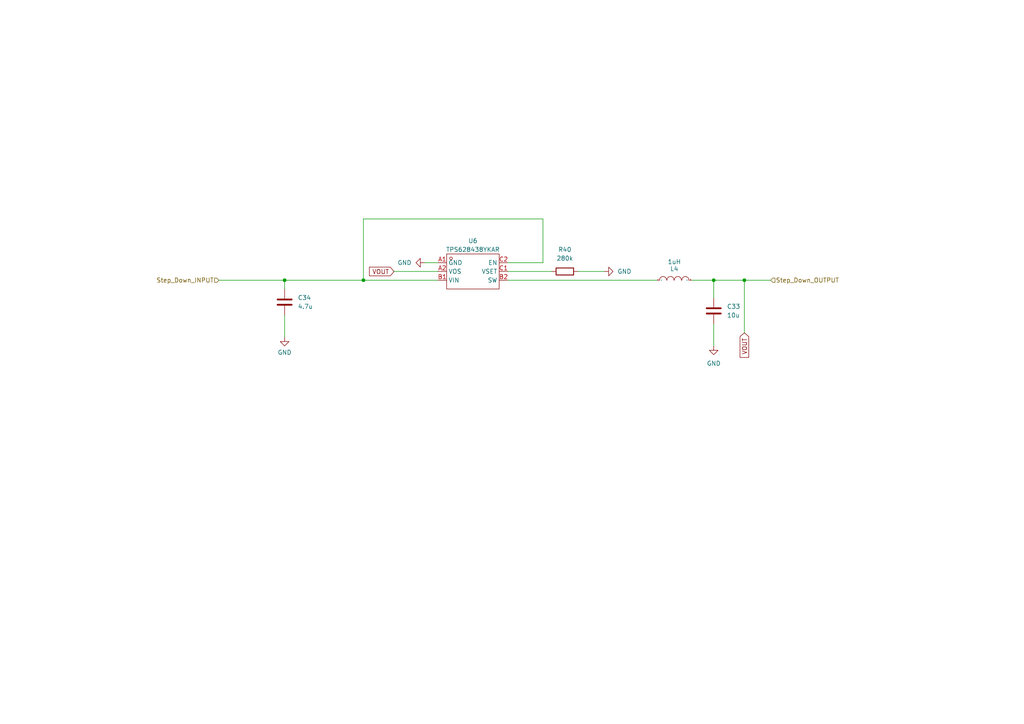
<source format=kicad_sch>
(kicad_sch
	(version 20250114)
	(generator "eeschema")
	(generator_version "9.0")
	(uuid "10dc9c0d-1fbc-4b1b-b960-05525d19910c")
	(paper "A4")
	(lib_symbols
		(symbol "Device:C"
			(pin_numbers
				(hide yes)
			)
			(pin_names
				(offset 0.254)
			)
			(exclude_from_sim no)
			(in_bom yes)
			(on_board yes)
			(property "Reference" "C"
				(at 0.635 2.54 0)
				(effects
					(font
						(size 1.27 1.27)
					)
					(justify left)
				)
			)
			(property "Value" "C"
				(at 0.635 -2.54 0)
				(effects
					(font
						(size 1.27 1.27)
					)
					(justify left)
				)
			)
			(property "Footprint" ""
				(at 0.9652 -3.81 0)
				(effects
					(font
						(size 1.27 1.27)
					)
					(hide yes)
				)
			)
			(property "Datasheet" "~"
				(at 0 0 0)
				(effects
					(font
						(size 1.27 1.27)
					)
					(hide yes)
				)
			)
			(property "Description" "Unpolarized capacitor"
				(at 0 0 0)
				(effects
					(font
						(size 1.27 1.27)
					)
					(hide yes)
				)
			)
			(property "ki_keywords" "cap capacitor"
				(at 0 0 0)
				(effects
					(font
						(size 1.27 1.27)
					)
					(hide yes)
				)
			)
			(property "ki_fp_filters" "C_*"
				(at 0 0 0)
				(effects
					(font
						(size 1.27 1.27)
					)
					(hide yes)
				)
			)
			(symbol "C_0_1"
				(polyline
					(pts
						(xy -2.032 0.762) (xy 2.032 0.762)
					)
					(stroke
						(width 0.508)
						(type default)
					)
					(fill
						(type none)
					)
				)
				(polyline
					(pts
						(xy -2.032 -0.762) (xy 2.032 -0.762)
					)
					(stroke
						(width 0.508)
						(type default)
					)
					(fill
						(type none)
					)
				)
			)
			(symbol "C_1_1"
				(pin passive line
					(at 0 3.81 270)
					(length 2.794)
					(name "~"
						(effects
							(font
								(size 1.27 1.27)
							)
						)
					)
					(number "1"
						(effects
							(font
								(size 1.27 1.27)
							)
						)
					)
				)
				(pin passive line
					(at 0 -3.81 90)
					(length 2.794)
					(name "~"
						(effects
							(font
								(size 1.27 1.27)
							)
						)
					)
					(number "2"
						(effects
							(font
								(size 1.27 1.27)
							)
						)
					)
				)
			)
			(embedded_fonts no)
		)
		(symbol "Device:R"
			(pin_numbers
				(hide yes)
			)
			(pin_names
				(offset 0)
			)
			(exclude_from_sim no)
			(in_bom yes)
			(on_board yes)
			(property "Reference" "R"
				(at 2.032 0 90)
				(effects
					(font
						(size 1.27 1.27)
					)
				)
			)
			(property "Value" "R"
				(at 0 0 90)
				(effects
					(font
						(size 1.27 1.27)
					)
				)
			)
			(property "Footprint" ""
				(at -1.778 0 90)
				(effects
					(font
						(size 1.27 1.27)
					)
					(hide yes)
				)
			)
			(property "Datasheet" "~"
				(at 0 0 0)
				(effects
					(font
						(size 1.27 1.27)
					)
					(hide yes)
				)
			)
			(property "Description" "Resistor"
				(at 0 0 0)
				(effects
					(font
						(size 1.27 1.27)
					)
					(hide yes)
				)
			)
			(property "ki_keywords" "R res resistor"
				(at 0 0 0)
				(effects
					(font
						(size 1.27 1.27)
					)
					(hide yes)
				)
			)
			(property "ki_fp_filters" "R_*"
				(at 0 0 0)
				(effects
					(font
						(size 1.27 1.27)
					)
					(hide yes)
				)
			)
			(symbol "R_0_1"
				(rectangle
					(start -1.016 -2.54)
					(end 1.016 2.54)
					(stroke
						(width 0.254)
						(type default)
					)
					(fill
						(type none)
					)
				)
			)
			(symbol "R_1_1"
				(pin passive line
					(at 0 3.81 270)
					(length 1.27)
					(name "~"
						(effects
							(font
								(size 1.27 1.27)
							)
						)
					)
					(number "1"
						(effects
							(font
								(size 1.27 1.27)
							)
						)
					)
				)
				(pin passive line
					(at 0 -3.81 90)
					(length 1.27)
					(name "~"
						(effects
							(font
								(size 1.27 1.27)
							)
						)
					)
					(number "2"
						(effects
							(font
								(size 1.27 1.27)
							)
						)
					)
				)
			)
			(embedded_fonts no)
		)
		(symbol "My_Personal_Symbols_Library:SLF12575T-470M2R7-PF"
			(exclude_from_sim no)
			(in_bom yes)
			(on_board yes)
			(property "Reference" "L"
				(at 0 2.54 0)
				(effects
					(font
						(size 1.27 1.27)
					)
				)
			)
			(property "Value" "47uH"
				(at 0.254 5.588 0)
				(effects
					(font
						(size 1.27 1.27)
					)
					(hide yes)
				)
			)
			(property "Footprint" "ProLib_pcs_SLF12575T-470M2R7-PF_2025-04-30:IND-SMD_L12.5-W12.5_SLF12565T"
				(at 0.762 14.986 0)
				(effects
					(font
						(size 1.27 1.27)
					)
					(hide yes)
				)
			)
			(property "Datasheet" "https://atta.szlcsc.com/upload/public/pdf/source/20180327/C89262_67442C42F74B8E04375AB69B6F8513DA.pdf"
				(at 0.508 17.78 0)
				(effects
					(font
						(size 1.27 1.27)
					)
					(hide yes)
				)
			)
			(property "Description" "Inductance: Tolerance:±20% Tolerance:±20% Rated Current: Saturation Current (Isat):2.7A DC Resistance (DCR): Type:- Ratings:-"
				(at 0.254 11.43 0)
				(effects
					(font
						(size 1.27 1.27)
					)
					(hide yes)
				)
			)
			(property "Manufacturer Part" "SLF12575T-470M2R7-PF"
				(at 0.762 -4.318 0)
				(effects
					(font
						(size 1.27 1.27)
					)
					(hide yes)
				)
			)
			(property "Manufacturer" "TDK"
				(at 0.254 -11.43 0)
				(effects
					(font
						(size 1.27 1.27)
					)
					(hide yes)
				)
			)
			(property "Supplier Part" "C81468"
				(at 0 -7.366 0)
				(effects
					(font
						(size 1.27 1.27)
					)
					(hide yes)
				)
			)
			(property "Supplier" "LCSC"
				(at 0 -14.478 0)
				(effects
					(font
						(size 1.27 1.27)
					)
					(hide yes)
				)
			)
			(property "LCSC Part Name" "47uH ±20% 2.7A"
				(at 0.762 8.382 0)
				(effects
					(font
						(size 1.27 1.27)
					)
					(hide yes)
				)
			)
			(symbol "SLF12575T-470M2R7-PF_1_0"
				(polyline
					(pts
						(xy -4.2672 0) (xy -4.2164 0.4318) (xy -4.2164 0.4318) (xy -4.0132 0.7874) (xy -4.0132 0.7874)
						(xy -3.6576 1.016) (xy -3.6576 1.016) (xy -3.2512 1.0922) (xy -3.2512 1.0922) (xy -2.8702 1.016)
						(xy -2.8702 1.016) (xy -2.5146 0.7874) (xy -2.5146 0.7874) (xy -2.3114 0.4064) (xy -2.3114 0.4064)
						(xy -2.2606 0)
					)
					(stroke
						(width 0)
						(type default)
					)
					(fill
						(type none)
					)
				)
				(polyline
					(pts
						(xy -2.1082 0) (xy -2.0828 0.4318) (xy -2.0828 0.4318) (xy -1.8542 0.7874) (xy -1.8542 0.7874)
						(xy -1.524 1.016) (xy -1.524 1.016) (xy -1.1176 1.0922) (xy -1.1176 1.0922) (xy -0.7112 1.016)
						(xy -0.7112 1.016) (xy -0.3556 0.7874) (xy -0.3556 0.7874) (xy -0.1524 0.4318) (xy -0.1524 0.4318)
						(xy -0.1016 0)
					)
					(stroke
						(width 0)
						(type default)
					)
					(fill
						(type none)
					)
				)
				(polyline
					(pts
						(xy 0 0) (xy 0.0508 0.4318) (xy 0.0508 0.4318) (xy 0.2794 0.7874) (xy 0.2794 0.7874) (xy 0.6096 1.016)
						(xy 0.6096 1.016) (xy 1.016 1.0922) (xy 1.016 1.0922) (xy 1.4224 1.016) (xy 1.4224 1.016) (xy 1.7526 0.7874)
						(xy 1.7526 0.7874) (xy 1.9812 0.4318) (xy 1.9812 0.4318) (xy 2.032 0)
					)
					(stroke
						(width 0)
						(type default)
					)
					(fill
						(type none)
					)
				)
				(polyline
					(pts
						(xy 2.2098 0) (xy 2.2606 0.4064) (xy 2.2606 0.4064) (xy 2.4638 0.762) (xy 2.4638 0.762) (xy 2.8194 0.9906)
						(xy 2.8194 0.9906) (xy 3.2004 1.0922) (xy 3.2004 1.0922) (xy 3.6068 0.9906) (xy 3.6068 0.9906)
						(xy 3.9624 0.762) (xy 3.9624 0.762) (xy 4.1656 0.4064) (xy 4.1656 0.4064) (xy 4.2164 0)
					)
					(stroke
						(width 0)
						(type default)
					)
					(fill
						(type none)
					)
				)
				(pin unspecified line
					(at -5.08 0 0)
					(length 0.762)
					(name "1"
						(effects
							(font
								(size 0.0254 0.0254)
							)
						)
					)
					(number "1"
						(effects
							(font
								(size 0.0254 0.0254)
							)
						)
					)
				)
				(pin unspecified line
					(at 5.08 0 180)
					(length 0.762)
					(name "2"
						(effects
							(font
								(size 0.0254 0.0254)
							)
						)
					)
					(number "2"
						(effects
							(font
								(size 0.0254 0.0254)
							)
						)
					)
				)
			)
			(embedded_fonts no)
		)
		(symbol "My_Personal_Symbols_Library:TPS628438YKAR"
			(exclude_from_sim no)
			(in_bom yes)
			(on_board yes)
			(property "Reference" "U"
				(at 0 6.858 0)
				(effects
					(font
						(size 1.27 1.27)
					)
				)
			)
			(property "Value" ""
				(at 0 0 0)
				(effects
					(font
						(size 1.27 1.27)
					)
				)
			)
			(property "Footprint" "ProLib_pcs_TPS628438_2025-05-14:DSBGA-6_L1.0-W0.7-R2-C3-P0.35-BL"
				(at 0 11.684 0)
				(effects
					(font
						(size 1.27 1.27)
					)
					(hide yes)
				)
			)
			(property "Datasheet" "https://atta.szlcsc.com/upload/public/pdf/source/20240924/375A9CDDBEBAA4C1AFCB8BAA0122F4B8.pdf"
				(at 0 19.558 0)
				(effects
					(font
						(size 1.27 1.27)
					)
					(hide yes)
				)
			)
			(property "Description" "Function:Step-down type Output Type:Adjustable Voltage - Supply:1.8V~5.5V Voltage - Supply:1.8V~5.5V Output Voltage:1.8V~3.6V Output Voltage:1.8V~3.6V Output Current:600mA Frequency - Switching:1.5MHz Frequency - Switching:1.5MHz Operating Temperature:-40"
				(at 1.016 15.494 0)
				(effects
					(font
						(size 1.27 1.27)
					)
					(hide yes)
				)
			)
			(property "Manufacturer Part" "TPS628438YKAR"
				(at 0.254 -4.572 0)
				(effects
					(font
						(size 1.27 1.27)
					)
					(hide yes)
				)
			)
			(property "Manufacturer" "TI(德州仪器)"
				(at 0.762 -15.24 0)
				(effects
					(font
						(size 1.27 1.27)
					)
					(hide yes)
				)
			)
			(property "Supplier Part" "C18197908"
				(at 0.508 4.318 0)
				(effects
					(font
						(size 1.27 1.27)
					)
					(hide yes)
				)
			)
			(property "Supplier" "LCSC"
				(at 0 -9.906 0)
				(effects
					(font
						(size 1.27 1.27)
					)
					(hide yes)
				)
			)
			(property "LCSC Part Name" "1.8V至5.5V，600mA，275nA IQ，小型降压转换器"
				(at -0.254 -19.05 0)
				(effects
					(font
						(size 1.27 1.27)
					)
					(hide yes)
				)
			)
			(symbol "TPS628438YKAR_1_0"
				(rectangle
					(start -7.62 -5.08)
					(end 7.62 5.08)
					(stroke
						(width 0)
						(type default)
					)
					(fill
						(type none)
					)
				)
				(circle
					(center -6.35 3.81)
					(radius 0.381)
					(stroke
						(width 0)
						(type default)
					)
					(fill
						(type none)
					)
				)
				(pin unspecified line
					(at -10.16 2.54 0)
					(length 2.54)
					(name "GND"
						(effects
							(font
								(size 1.27 1.27)
							)
						)
					)
					(number "A1"
						(effects
							(font
								(size 1.27 1.27)
							)
						)
					)
				)
				(pin unspecified line
					(at -10.16 0 0)
					(length 2.54)
					(name "VOS"
						(effects
							(font
								(size 1.27 1.27)
							)
						)
					)
					(number "A2"
						(effects
							(font
								(size 1.27 1.27)
							)
						)
					)
				)
				(pin unspecified line
					(at -10.16 -2.54 0)
					(length 2.54)
					(name "VIN"
						(effects
							(font
								(size 1.27 1.27)
							)
						)
					)
					(number "B1"
						(effects
							(font
								(size 1.27 1.27)
							)
						)
					)
				)
				(pin unspecified line
					(at 10.16 2.54 180)
					(length 2.54)
					(name "EN"
						(effects
							(font
								(size 1.27 1.27)
							)
						)
					)
					(number "C2"
						(effects
							(font
								(size 1.27 1.27)
							)
						)
					)
				)
				(pin unspecified line
					(at 10.16 0 180)
					(length 2.54)
					(name "VSET"
						(effects
							(font
								(size 1.27 1.27)
							)
						)
					)
					(number "C1"
						(effects
							(font
								(size 1.27 1.27)
							)
						)
					)
				)
				(pin unspecified line
					(at 10.16 -2.54 180)
					(length 2.54)
					(name "SW"
						(effects
							(font
								(size 1.27 1.27)
							)
						)
					)
					(number "B2"
						(effects
							(font
								(size 1.27 1.27)
							)
						)
					)
				)
			)
			(embedded_fonts no)
		)
		(symbol "power:GND"
			(power)
			(pin_names
				(offset 0)
			)
			(exclude_from_sim no)
			(in_bom yes)
			(on_board yes)
			(property "Reference" "#PWR"
				(at 0 -6.35 0)
				(effects
					(font
						(size 1.27 1.27)
					)
					(hide yes)
				)
			)
			(property "Value" "GND"
				(at 0 -3.81 0)
				(effects
					(font
						(size 1.27 1.27)
					)
				)
			)
			(property "Footprint" ""
				(at 0 0 0)
				(effects
					(font
						(size 1.27 1.27)
					)
					(hide yes)
				)
			)
			(property "Datasheet" ""
				(at 0 0 0)
				(effects
					(font
						(size 1.27 1.27)
					)
					(hide yes)
				)
			)
			(property "Description" "Power symbol creates a global label with name \"GND\" , ground"
				(at 0 0 0)
				(effects
					(font
						(size 1.27 1.27)
					)
					(hide yes)
				)
			)
			(property "ki_keywords" "global power"
				(at 0 0 0)
				(effects
					(font
						(size 1.27 1.27)
					)
					(hide yes)
				)
			)
			(symbol "GND_0_1"
				(polyline
					(pts
						(xy 0 0) (xy 0 -1.27) (xy 1.27 -1.27) (xy 0 -2.54) (xy -1.27 -1.27) (xy 0 -1.27)
					)
					(stroke
						(width 0)
						(type default)
					)
					(fill
						(type none)
					)
				)
			)
			(symbol "GND_1_1"
				(pin power_in line
					(at 0 0 270)
					(length 0)
					(hide yes)
					(name "GND"
						(effects
							(font
								(size 1.27 1.27)
							)
						)
					)
					(number "1"
						(effects
							(font
								(size 1.27 1.27)
							)
						)
					)
				)
			)
			(embedded_fonts no)
		)
	)
	(junction
		(at 82.55 81.28)
		(diameter 0)
		(color 0 0 0 0)
		(uuid "104be6ce-d957-4675-93c4-acb31c1efec4")
	)
	(junction
		(at 105.41 81.28)
		(diameter 0)
		(color 0 0 0 0)
		(uuid "65a61a51-e94e-4e51-b467-9061b11a762d")
	)
	(junction
		(at 215.9 81.28)
		(diameter 0)
		(color 0 0 0 0)
		(uuid "b24092bf-7c5b-43e5-bdeb-530bca55c13e")
	)
	(junction
		(at 207.01 81.28)
		(diameter 0)
		(color 0 0 0 0)
		(uuid "e8aeb54b-b3d7-4a9d-8462-4a29196ec351")
	)
	(wire
		(pts
			(xy 147.32 76.2) (xy 157.48 76.2)
		)
		(stroke
			(width 0)
			(type default)
		)
		(uuid "00a00d6d-f30e-4c89-b7d3-e6ea6c0b978e")
	)
	(wire
		(pts
			(xy 63.5 81.28) (xy 82.55 81.28)
		)
		(stroke
			(width 0)
			(type default)
		)
		(uuid "04e85d0c-abe5-45ad-8a6f-9536a1c44a00")
	)
	(wire
		(pts
			(xy 123.19 76.2) (xy 127 76.2)
		)
		(stroke
			(width 0)
			(type default)
		)
		(uuid "1f53c3bc-11ac-4c46-a7bc-2efe082e6c6a")
	)
	(wire
		(pts
			(xy 82.55 81.28) (xy 82.55 83.82)
		)
		(stroke
			(width 0)
			(type default)
		)
		(uuid "26271453-6e35-4925-acd5-a48d6119b54e")
	)
	(wire
		(pts
			(xy 157.48 63.5) (xy 105.41 63.5)
		)
		(stroke
			(width 0)
			(type default)
		)
		(uuid "271aaa0d-37c0-4809-958b-09db0ec589c7")
	)
	(wire
		(pts
			(xy 215.9 81.28) (xy 215.9 96.52)
		)
		(stroke
			(width 0)
			(type default)
		)
		(uuid "401625e3-3d97-48bd-a7d0-1a48c39f10e2")
	)
	(wire
		(pts
			(xy 200.66 81.28) (xy 207.01 81.28)
		)
		(stroke
			(width 0)
			(type default)
		)
		(uuid "4e776c66-9973-4519-b2b1-5dd1883cc1b4")
	)
	(wire
		(pts
			(xy 127 81.28) (xy 105.41 81.28)
		)
		(stroke
			(width 0)
			(type default)
		)
		(uuid "692b5f44-6843-4f47-8ccd-dbcba280dbc7")
	)
	(wire
		(pts
			(xy 207.01 93.98) (xy 207.01 100.33)
		)
		(stroke
			(width 0)
			(type default)
		)
		(uuid "792c931b-74eb-4c83-a9a0-d0b72e61304b")
	)
	(wire
		(pts
			(xy 147.32 78.74) (xy 160.02 78.74)
		)
		(stroke
			(width 0)
			(type default)
		)
		(uuid "79642d69-51aa-4755-8023-758b1b262212")
	)
	(wire
		(pts
			(xy 114.3 78.74) (xy 127 78.74)
		)
		(stroke
			(width 0)
			(type default)
		)
		(uuid "8902615c-4c83-4f20-959b-20df2b740d60")
	)
	(wire
		(pts
			(xy 147.32 81.28) (xy 190.5 81.28)
		)
		(stroke
			(width 0)
			(type default)
		)
		(uuid "92058828-3543-47e3-9281-4d1eb50ff168")
	)
	(wire
		(pts
			(xy 207.01 81.28) (xy 207.01 86.36)
		)
		(stroke
			(width 0)
			(type default)
		)
		(uuid "9c853eae-dc8a-4826-825b-53f957d06d8d")
	)
	(wire
		(pts
			(xy 207.01 81.28) (xy 215.9 81.28)
		)
		(stroke
			(width 0)
			(type default)
		)
		(uuid "a145b3d6-11d7-47a1-833b-35f98c31b698")
	)
	(wire
		(pts
			(xy 105.41 81.28) (xy 82.55 81.28)
		)
		(stroke
			(width 0)
			(type default)
		)
		(uuid "b55860c7-8145-497b-acbc-dd4267ff1647")
	)
	(wire
		(pts
			(xy 105.41 63.5) (xy 105.41 81.28)
		)
		(stroke
			(width 0)
			(type default)
		)
		(uuid "bd72b332-f1d2-48c2-8e31-e6edfd52eda8")
	)
	(wire
		(pts
			(xy 167.64 78.74) (xy 175.26 78.74)
		)
		(stroke
			(width 0)
			(type default)
		)
		(uuid "c1eb99eb-09ab-45e2-b289-a36bd782d891")
	)
	(wire
		(pts
			(xy 82.55 91.44) (xy 82.55 97.79)
		)
		(stroke
			(width 0)
			(type default)
		)
		(uuid "ce2f0182-0932-40cd-9a54-a1a7f63661d1")
	)
	(wire
		(pts
			(xy 157.48 76.2) (xy 157.48 63.5)
		)
		(stroke
			(width 0)
			(type default)
		)
		(uuid "dac9794c-b7d7-48d1-a2fd-1f704c652859")
	)
	(wire
		(pts
			(xy 215.9 81.28) (xy 223.52 81.28)
		)
		(stroke
			(width 0)
			(type default)
		)
		(uuid "dbf68fe2-31b1-47b6-abc0-71b4d33df9e7")
	)
	(global_label "VOUT"
		(shape input)
		(at 215.9 96.52 270)
		(fields_autoplaced yes)
		(effects
			(font
				(size 1.27 1.27)
			)
			(justify right)
		)
		(uuid "9b534955-58e1-41b5-8810-0fb8a4623ce0")
		(property "Intersheetrefs" "${INTERSHEET_REFS}"
			(at 215.9 104.2224 90)
			(effects
				(font
					(size 1.27 1.27)
				)
				(justify right)
				(hide yes)
			)
		)
	)
	(global_label "VOUT"
		(shape input)
		(at 114.3 78.74 180)
		(fields_autoplaced yes)
		(effects
			(font
				(size 1.27 1.27)
			)
			(justify right)
		)
		(uuid "9d124e44-6cfd-4d6a-9ede-11727d396b9e")
		(property "Intersheetrefs" "${INTERSHEET_REFS}"
			(at 106.5976 78.74 0)
			(effects
				(font
					(size 1.27 1.27)
				)
				(justify right)
				(hide yes)
			)
		)
	)
	(hierarchical_label "Step_Down_OUTPUT"
		(shape input)
		(at 223.52 81.28 0)
		(effects
			(font
				(size 1.27 1.27)
			)
			(justify left)
		)
		(uuid "01c09c50-6e23-430b-be91-373a8944b88b")
	)
	(hierarchical_label "Step_Down_INPUT"
		(shape input)
		(at 63.5 81.28 180)
		(effects
			(font
				(size 1.27 1.27)
			)
			(justify right)
		)
		(uuid "70a964d9-67ef-485c-8363-f2d5b7a41ced")
	)
	(symbol
		(lib_id "Device:C")
		(at 207.01 90.17 0)
		(unit 1)
		(exclude_from_sim no)
		(in_bom yes)
		(on_board yes)
		(dnp no)
		(fields_autoplaced yes)
		(uuid "0ce9f178-7d7c-4520-a82b-db7c87d4eb5b")
		(property "Reference" "C33"
			(at 210.82 88.8999 0)
			(effects
				(font
					(size 1.27 1.27)
				)
				(justify left)
			)
		)
		(property "Value" "10u"
			(at 210.82 91.4399 0)
			(effects
				(font
					(size 1.27 1.27)
				)
				(justify left)
			)
		)
		(property "Footprint" "Capacitor_SMD:C_0805_2012Metric_Pad1.18x1.45mm_HandSolder"
			(at 207.9752 93.98 0)
			(effects
				(font
					(size 1.27 1.27)
				)
				(hide yes)
			)
		)
		(property "Datasheet" "~"
			(at 207.01 90.17 0)
			(effects
				(font
					(size 1.27 1.27)
				)
				(hide yes)
			)
		)
		(property "Description" ""
			(at 207.01 90.17 0)
			(effects
				(font
					(size 1.27 1.27)
				)
			)
		)
		(property "REF" "C49678"
			(at 207.01 90.17 0)
			(effects
				(font
					(size 1.27 1.27)
				)
				(hide yes)
			)
		)
		(pin "1"
			(uuid "ea96758e-fbad-429e-8d11-ceaab5bea382")
		)
		(pin "2"
			(uuid "98113888-777c-4a2d-bf91-29d82048b5bb")
		)
		(instances
			(project "MY-ESP32"
				(path "/d6d8d651-8dd4-45a4-bd17-f84a87bbb30c/ce39d340-75e7-498c-b895-8524491049de"
					(reference "C33")
					(unit 1)
				)
			)
		)
	)
	(symbol
		(lib_id "Device:C")
		(at 82.55 87.63 0)
		(unit 1)
		(exclude_from_sim no)
		(in_bom yes)
		(on_board yes)
		(dnp no)
		(fields_autoplaced yes)
		(uuid "2fa86bfe-a03a-4034-bd97-a309a90df32a")
		(property "Reference" "C34"
			(at 86.36 86.3599 0)
			(effects
				(font
					(size 1.27 1.27)
				)
				(justify left)
			)
		)
		(property "Value" "4.7u"
			(at 86.36 88.8999 0)
			(effects
				(font
					(size 1.27 1.27)
				)
				(justify left)
			)
		)
		(property "Footprint" "Capacitor_SMD:C_0805_2012Metric_Pad1.18x1.45mm_HandSolder"
			(at 83.5152 91.44 0)
			(effects
				(font
					(size 1.27 1.27)
				)
				(hide yes)
			)
		)
		(property "Datasheet" "~"
			(at 82.55 87.63 0)
			(effects
				(font
					(size 1.27 1.27)
				)
				(hide yes)
			)
		)
		(property "Description" ""
			(at 82.55 87.63 0)
			(effects
				(font
					(size 1.27 1.27)
				)
			)
		)
		(property "REF" "C49678"
			(at 82.55 87.63 0)
			(effects
				(font
					(size 1.27 1.27)
				)
				(hide yes)
			)
		)
		(pin "1"
			(uuid "25cd6550-3099-4dcb-82ca-1fed9e22fff0")
		)
		(pin "2"
			(uuid "bfaaf23f-1121-4ff7-8c14-91d4a06430fd")
		)
		(instances
			(project "MY-ESP32"
				(path "/d6d8d651-8dd4-45a4-bd17-f84a87bbb30c/ce39d340-75e7-498c-b895-8524491049de"
					(reference "C34")
					(unit 1)
				)
			)
		)
	)
	(symbol
		(lib_id "Device:R")
		(at 163.83 78.74 270)
		(unit 1)
		(exclude_from_sim no)
		(in_bom yes)
		(on_board yes)
		(dnp no)
		(fields_autoplaced yes)
		(uuid "451351ff-56b8-4e90-b429-fd4ca22040f5")
		(property "Reference" "R40"
			(at 163.83 72.39 90)
			(effects
				(font
					(size 1.27 1.27)
				)
			)
		)
		(property "Value" "280k"
			(at 163.83 74.93 90)
			(effects
				(font
					(size 1.27 1.27)
				)
			)
		)
		(property "Footprint" "Resistor_SMD:R_0805_2012Metric_Pad1.20x1.40mm_HandSolder"
			(at 163.83 76.962 90)
			(effects
				(font
					(size 1.27 1.27)
				)
				(hide yes)
			)
		)
		(property "Datasheet" "~"
			(at 163.83 78.74 0)
			(effects
				(font
					(size 1.27 1.27)
				)
				(hide yes)
			)
		)
		(property "Description" ""
			(at 163.83 78.74 0)
			(effects
				(font
					(size 1.27 1.27)
				)
				(hide yes)
			)
		)
		(property "REF" "C864029"
			(at 163.83 78.74 0)
			(effects
				(font
					(size 1.27 1.27)
				)
				(hide yes)
			)
		)
		(pin "1"
			(uuid "466c8ce5-dda9-4551-bc0b-9ee58705884a")
		)
		(pin "2"
			(uuid "62f95ad0-c562-4ee6-8e5c-a3c7e41424cf")
		)
		(instances
			(project "MY-ESP32"
				(path "/d6d8d651-8dd4-45a4-bd17-f84a87bbb30c/ce39d340-75e7-498c-b895-8524491049de"
					(reference "R40")
					(unit 1)
				)
			)
		)
	)
	(symbol
		(lib_id "My_Personal_Symbols_Library:TPS628438YKAR")
		(at 137.16 78.74 0)
		(unit 1)
		(exclude_from_sim no)
		(in_bom yes)
		(on_board yes)
		(dnp no)
		(fields_autoplaced yes)
		(uuid "577b3df1-be20-4db6-a937-bb0c5f4d24cf")
		(property "Reference" "U6"
			(at 137.16 69.85 0)
			(effects
				(font
					(size 1.27 1.27)
				)
			)
		)
		(property "Value" "TPS628438YKAR"
			(at 137.16 72.39 0)
			(effects
				(font
					(size 1.27 1.27)
				)
			)
		)
		(property "Footprint" "ProLib_pcs_TPS628438_2025-05-14:DSBGA-6_L1.0-W0.7-R2-C3-P0.35-BL"
			(at 137.16 67.056 0)
			(effects
				(font
					(size 1.27 1.27)
				)
				(hide yes)
			)
		)
		(property "Datasheet" "https://atta.szlcsc.com/upload/public/pdf/source/20240924/375A9CDDBEBAA4C1AFCB8BAA0122F4B8.pdf"
			(at 137.16 59.182 0)
			(effects
				(font
					(size 1.27 1.27)
				)
				(hide yes)
			)
		)
		(property "Description" "Function:Step-down type Output Type:Adjustable Voltage - Supply:1.8V~5.5V Voltage - Supply:1.8V~5.5V Output Voltage:1.8V~3.6V Output Voltage:1.8V~3.6V Output Current:600mA Frequency - Switching:1.5MHz Frequency - Switching:1.5MHz Operating Temperature:-40"
			(at 138.176 63.246 0)
			(effects
				(font
					(size 1.27 1.27)
				)
				(hide yes)
			)
		)
		(property "Manufacturer Part" "TPS628438YKAR"
			(at 137.414 83.312 0)
			(effects
				(font
					(size 1.27 1.27)
				)
				(hide yes)
			)
		)
		(property "Manufacturer" "TI(德州仪器)"
			(at 137.922 93.98 0)
			(effects
				(font
					(size 1.27 1.27)
				)
				(hide yes)
			)
		)
		(property "Supplier Part" "C18197908"
			(at 137.668 74.422 0)
			(effects
				(font
					(size 1.27 1.27)
				)
				(hide yes)
			)
		)
		(property "Supplier" "LCSC"
			(at 137.16 88.646 0)
			(effects
				(font
					(size 1.27 1.27)
				)
				(hide yes)
			)
		)
		(property "LCSC Part Name" "1.8V至5.5V，600mA，275nA IQ，小型降压转换器"
			(at 136.906 97.79 0)
			(effects
				(font
					(size 1.27 1.27)
				)
				(hide yes)
			)
		)
		(pin "C1"
			(uuid "fdd6aa1e-08fc-4aaa-85ec-3bf582559178")
		)
		(pin "A1"
			(uuid "621d287b-2a72-4405-a46f-8ae2eee2453b")
		)
		(pin "A2"
			(uuid "2a093cf3-9745-4a95-ace8-af8bca73c97f")
		)
		(pin "C2"
			(uuid "bf1fc429-d95c-4953-81f9-38284c853607")
		)
		(pin "B1"
			(uuid "883ec3af-6af8-41f2-b186-b228d0adacea")
		)
		(pin "B2"
			(uuid "e63d4050-faa9-4ff0-a1bc-30332064e483")
		)
		(instances
			(project ""
				(path "/d6d8d651-8dd4-45a4-bd17-f84a87bbb30c/ce39d340-75e7-498c-b895-8524491049de"
					(reference "U6")
					(unit 1)
				)
			)
		)
	)
	(symbol
		(lib_id "My_Personal_Symbols_Library:SLF12575T-470M2R7-PF")
		(at 195.58 81.28 0)
		(unit 1)
		(exclude_from_sim no)
		(in_bom yes)
		(on_board yes)
		(dnp no)
		(uuid "6edd95ab-8b8b-4425-bbd9-92e91ece7a97")
		(property "Reference" "L4"
			(at 195.58 77.978 0)
			(effects
				(font
					(size 1.27 1.27)
				)
			)
		)
		(property "Value" "1uH"
			(at 195.58 75.946 0)
			(effects
				(font
					(size 1.27 1.27)
				)
			)
		)
		(property "Footprint" "ProLib_pcs_SLF12575T-470M2R7-PF_2025-04-30:IND-SMD_L12.5-W12.5_SLF12565T"
			(at 196.342 66.294 0)
			(show_name yes)
			(effects
				(font
					(size 1.27 1.27)
				)
				(hide yes)
			)
		)
		(property "Datasheet" "https://atta.szlcsc.com/upload/public/pdf/source/20180327/C89262_67442C42F74B8E04375AB69B6F8513DA.pdf"
			(at 196.088 63.5 0)
			(effects
				(font
					(size 1.27 1.27)
				)
				(hide yes)
			)
		)
		(property "Description" "Inductance: Tolerance:±20% Tolerance:±20% Rated Current: Saturation Current (Isat):2.7A DC Resistance (DCR): Type:- Ratings:-"
			(at 195.834 69.85 0)
			(effects
				(font
					(size 1.27 1.27)
				)
				(hide yes)
			)
		)
		(property "Manufacturer Part" "SLF12575T-470M2R7-PF"
			(at 196.342 85.598 0)
			(effects
				(font
					(size 1.27 1.27)
				)
				(hide yes)
			)
		)
		(property "Manufacturer" "TDK"
			(at 195.834 92.71 0)
			(effects
				(font
					(size 1.27 1.27)
				)
				(hide yes)
			)
		)
		(property "Supplier Part" "C81468"
			(at 195.58 88.646 0)
			(effects
				(font
					(size 1.27 1.27)
				)
				(hide yes)
			)
		)
		(property "Supplier" "LCSC"
			(at 195.58 95.758 0)
			(effects
				(font
					(size 1.27 1.27)
				)
				(hide yes)
			)
		)
		(property "LCSC Part Name" "47uH ±20% 2.7A"
			(at 196.342 72.898 0)
			(effects
				(font
					(size 1.27 1.27)
				)
				(hide yes)
			)
		)
		(pin "1"
			(uuid "03b84cc1-742d-4223-b17a-b2dfcf98f6d5")
		)
		(pin "2"
			(uuid "149219f8-6e8a-4247-84ca-6d5b2609c373")
		)
		(instances
			(project "MY-ESP32"
				(path "/d6d8d651-8dd4-45a4-bd17-f84a87bbb30c/ce39d340-75e7-498c-b895-8524491049de"
					(reference "L4")
					(unit 1)
				)
			)
		)
	)
	(symbol
		(lib_id "power:GND")
		(at 123.19 76.2 270)
		(unit 1)
		(exclude_from_sim no)
		(in_bom yes)
		(on_board yes)
		(dnp no)
		(fields_autoplaced yes)
		(uuid "7f148a35-c13d-47e9-a13b-89a277527586")
		(property "Reference" "#PWR081"
			(at 116.84 76.2 0)
			(effects
				(font
					(size 1.27 1.27)
				)
				(hide yes)
			)
		)
		(property "Value" "GND"
			(at 119.38 76.1999 90)
			(effects
				(font
					(size 1.27 1.27)
				)
				(justify right)
			)
		)
		(property "Footprint" ""
			(at 123.19 76.2 0)
			(effects
				(font
					(size 1.27 1.27)
				)
				(hide yes)
			)
		)
		(property "Datasheet" ""
			(at 123.19 76.2 0)
			(effects
				(font
					(size 1.27 1.27)
				)
				(hide yes)
			)
		)
		(property "Description" ""
			(at 123.19 76.2 0)
			(effects
				(font
					(size 1.27 1.27)
				)
				(hide yes)
			)
		)
		(pin "1"
			(uuid "e43837f2-5551-4df8-9e8c-35478579a9ba")
		)
		(instances
			(project "MY-ESP32"
				(path "/d6d8d651-8dd4-45a4-bd17-f84a87bbb30c/ce39d340-75e7-498c-b895-8524491049de"
					(reference "#PWR081")
					(unit 1)
				)
			)
		)
	)
	(symbol
		(lib_id "power:GND")
		(at 175.26 78.74 90)
		(unit 1)
		(exclude_from_sim no)
		(in_bom yes)
		(on_board yes)
		(dnp no)
		(fields_autoplaced yes)
		(uuid "90b2d9fc-bc0a-455e-b977-b95aeba5bd36")
		(property "Reference" "#PWR080"
			(at 181.61 78.74 0)
			(effects
				(font
					(size 1.27 1.27)
				)
				(hide yes)
			)
		)
		(property "Value" "GND"
			(at 179.07 78.7399 90)
			(effects
				(font
					(size 1.27 1.27)
				)
				(justify right)
			)
		)
		(property "Footprint" ""
			(at 175.26 78.74 0)
			(effects
				(font
					(size 1.27 1.27)
				)
				(hide yes)
			)
		)
		(property "Datasheet" ""
			(at 175.26 78.74 0)
			(effects
				(font
					(size 1.27 1.27)
				)
				(hide yes)
			)
		)
		(property "Description" ""
			(at 175.26 78.74 0)
			(effects
				(font
					(size 1.27 1.27)
				)
				(hide yes)
			)
		)
		(pin "1"
			(uuid "13e97046-f4f5-442b-8279-06b8ec9a7720")
		)
		(instances
			(project "MY-ESP32"
				(path "/d6d8d651-8dd4-45a4-bd17-f84a87bbb30c/ce39d340-75e7-498c-b895-8524491049de"
					(reference "#PWR080")
					(unit 1)
				)
			)
		)
	)
	(symbol
		(lib_id "power:GND")
		(at 82.55 97.79 0)
		(unit 1)
		(exclude_from_sim no)
		(in_bom yes)
		(on_board yes)
		(dnp no)
		(fields_autoplaced yes)
		(uuid "c29d8fa6-5289-4355-99ba-1ea4ecb7aa8e")
		(property "Reference" "#PWR079"
			(at 82.55 104.14 0)
			(effects
				(font
					(size 1.27 1.27)
				)
				(hide yes)
			)
		)
		(property "Value" "GND"
			(at 82.55 102.2334 0)
			(effects
				(font
					(size 1.27 1.27)
				)
			)
		)
		(property "Footprint" ""
			(at 82.55 97.79 0)
			(effects
				(font
					(size 1.27 1.27)
				)
				(hide yes)
			)
		)
		(property "Datasheet" ""
			(at 82.55 97.79 0)
			(effects
				(font
					(size 1.27 1.27)
				)
				(hide yes)
			)
		)
		(property "Description" ""
			(at 82.55 97.79 0)
			(effects
				(font
					(size 1.27 1.27)
				)
				(hide yes)
			)
		)
		(pin "1"
			(uuid "83b6dc5f-36a3-42d0-a3df-9a572071584f")
		)
		(instances
			(project "MY-ESP32"
				(path "/d6d8d651-8dd4-45a4-bd17-f84a87bbb30c/ce39d340-75e7-498c-b895-8524491049de"
					(reference "#PWR079")
					(unit 1)
				)
			)
		)
	)
	(symbol
		(lib_id "power:GND")
		(at 207.01 100.33 0)
		(unit 1)
		(exclude_from_sim no)
		(in_bom yes)
		(on_board yes)
		(dnp no)
		(fields_autoplaced yes)
		(uuid "f6673933-9773-46d2-bd4a-5cd5764d641f")
		(property "Reference" "#PWR082"
			(at 207.01 106.68 0)
			(effects
				(font
					(size 1.27 1.27)
				)
				(hide yes)
			)
		)
		(property "Value" "GND"
			(at 207.01 105.41 0)
			(effects
				(font
					(size 1.27 1.27)
				)
			)
		)
		(property "Footprint" ""
			(at 207.01 100.33 0)
			(effects
				(font
					(size 1.27 1.27)
				)
				(hide yes)
			)
		)
		(property "Datasheet" ""
			(at 207.01 100.33 0)
			(effects
				(font
					(size 1.27 1.27)
				)
				(hide yes)
			)
		)
		(property "Description" ""
			(at 207.01 100.33 0)
			(effects
				(font
					(size 1.27 1.27)
				)
				(hide yes)
			)
		)
		(pin "1"
			(uuid "1f0c6fa7-8472-4fda-94b3-dee236844a63")
		)
		(instances
			(project "MY-ESP32"
				(path "/d6d8d651-8dd4-45a4-bd17-f84a87bbb30c/ce39d340-75e7-498c-b895-8524491049de"
					(reference "#PWR082")
					(unit 1)
				)
			)
		)
	)
)

</source>
